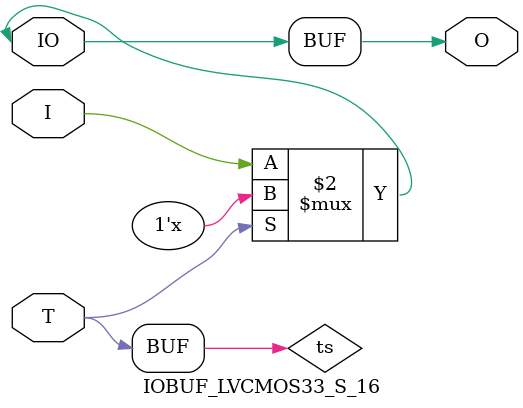
<source format=v>

/*

FUNCTION    : INPUT TRI-STATE OUTPUT BUFFER

*/

`celldefine
`timescale  100 ps / 10 ps

module IOBUF_LVCMOS33_S_16 (O, IO, I, T);

    output O;

    inout  IO;

    input  I, T;

    or O1 (ts, 1'b0, T);
    bufif0 T1 (IO, I, ts);

    buf B1 (O, IO);

endmodule

</source>
